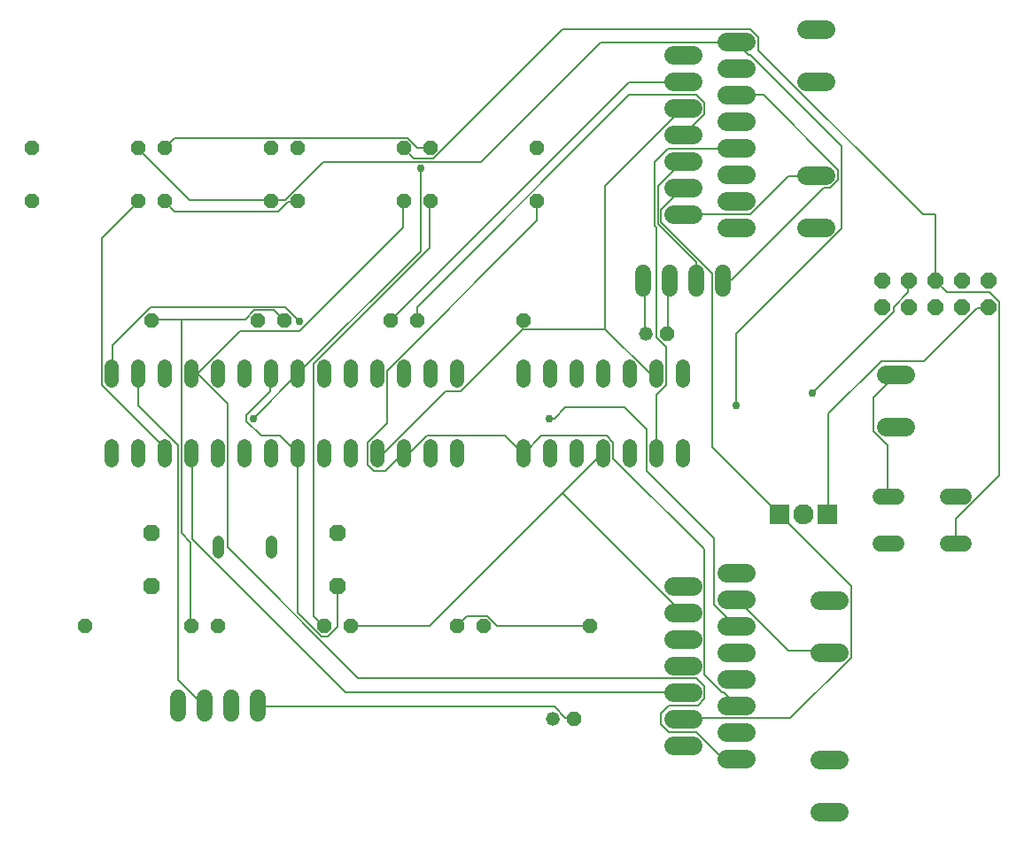
<source format=gbr>
G04 EAGLE Gerber RS-274X export*
G75*
%MOMM*%
%FSLAX34Y34*%
%LPD*%
%INBottom Copper*%
%IPPOS*%
%AMOC8*
5,1,8,0,0,1.08239X$1,22.5*%
G01*
%ADD10C,1.790700*%
%ADD11P,1.732040X8X112.500000*%
%ADD12P,1.429621X8X22.500000*%
%ADD13C,1.320800*%
%ADD14C,1.320800*%
%ADD15C,1.800000*%
%ADD16C,1.524000*%
%ADD17C,1.117600*%
%ADD18P,1.429621X8X202.500000*%
%ADD19C,1.508000*%
%ADD20P,1.649562X8X202.500000*%
%ADD21R,1.930400X1.930400*%
%ADD22C,1.930400*%
%ADD23C,0.152400*%
%ADD24C,0.756400*%


D10*
X1438847Y571100D02*
X1456754Y571100D01*
X1456754Y521100D02*
X1438847Y521100D01*
D11*
X736600Y368300D03*
X736600Y419100D03*
X914400Y368300D03*
X914400Y419100D03*
D12*
X1140460Y241300D03*
D13*
X1120140Y241300D03*
D12*
X1229360Y609600D03*
D13*
X1209040Y609600D03*
D14*
X698500Y501904D02*
X698500Y488696D01*
X723900Y488696D02*
X723900Y501904D01*
X749300Y501904D02*
X749300Y488696D01*
X774700Y488696D02*
X774700Y501904D01*
X800100Y501904D02*
X800100Y488696D01*
X825500Y488696D02*
X825500Y501904D01*
X850900Y501904D02*
X850900Y488696D01*
X876300Y488696D02*
X876300Y501904D01*
X901700Y501904D02*
X901700Y488696D01*
X927100Y488696D02*
X927100Y501904D01*
X952500Y501904D02*
X952500Y488696D01*
X977900Y488696D02*
X977900Y501904D01*
X1003300Y501904D02*
X1003300Y488696D01*
X1028700Y488696D02*
X1028700Y501904D01*
X1028700Y564896D02*
X1028700Y578104D01*
X1003300Y578104D02*
X1003300Y564896D01*
X977900Y564896D02*
X977900Y578104D01*
X952500Y578104D02*
X952500Y564896D01*
X927100Y564896D02*
X927100Y578104D01*
X901700Y578104D02*
X901700Y564896D01*
X876300Y564896D02*
X876300Y578104D01*
X850900Y578104D02*
X850900Y564896D01*
X825500Y564896D02*
X825500Y578104D01*
X800100Y578104D02*
X800100Y564896D01*
X774700Y564896D02*
X774700Y578104D01*
X749300Y578104D02*
X749300Y564896D01*
X723900Y564896D02*
X723900Y578104D01*
X698500Y578104D02*
X698500Y564896D01*
D15*
X1235600Y800100D02*
X1253600Y800100D01*
X1286400Y812800D02*
X1304400Y812800D01*
X1253600Y825500D02*
X1235600Y825500D01*
X1286400Y838200D02*
X1304400Y838200D01*
X1253600Y850900D02*
X1235600Y850900D01*
X1286400Y863600D02*
X1304400Y863600D01*
X1304400Y787400D02*
X1286400Y787400D01*
X1253600Y774700D02*
X1235600Y774700D01*
X1286400Y762000D02*
X1304400Y762000D01*
X1253600Y749300D02*
X1235600Y749300D01*
X1286400Y736600D02*
X1304400Y736600D01*
X1253600Y876300D02*
X1235600Y876300D01*
X1286400Y889000D02*
X1304400Y889000D01*
X1253600Y723900D02*
X1235600Y723900D01*
X1286400Y711200D02*
X1304400Y711200D01*
X1253600Y292100D02*
X1235600Y292100D01*
X1286400Y304800D02*
X1304400Y304800D01*
X1253600Y317500D02*
X1235600Y317500D01*
X1286400Y330200D02*
X1304400Y330200D01*
X1253600Y342900D02*
X1235600Y342900D01*
X1286400Y355600D02*
X1304400Y355600D01*
X1304400Y279400D02*
X1286400Y279400D01*
X1253600Y266700D02*
X1235600Y266700D01*
X1286400Y254000D02*
X1304400Y254000D01*
X1253600Y241300D02*
X1235600Y241300D01*
X1286400Y228600D02*
X1304400Y228600D01*
X1253600Y368300D02*
X1235600Y368300D01*
X1286400Y381000D02*
X1304400Y381000D01*
X1253600Y215900D02*
X1235600Y215900D01*
X1286400Y203200D02*
X1304400Y203200D01*
D16*
X1206500Y652780D02*
X1206500Y668020D01*
X1231900Y668020D02*
X1231900Y652780D01*
X1257300Y652780D02*
X1257300Y668020D01*
X1282700Y668020D02*
X1282700Y652780D01*
D17*
X850900Y411988D02*
X850900Y400812D01*
X800100Y400812D02*
X800100Y411988D01*
D12*
X990600Y622300D03*
X1092200Y622300D03*
X749300Y736600D03*
X850900Y736600D03*
X622300Y736600D03*
X723900Y736600D03*
X1003300Y787400D03*
X1104900Y787400D03*
X876300Y787400D03*
X977900Y787400D03*
X749300Y787400D03*
X850900Y787400D03*
X622300Y787400D03*
X723900Y787400D03*
X863600Y622300D03*
X965200Y622300D03*
X736600Y622300D03*
X838200Y622300D03*
D18*
X774700Y330200D03*
X673100Y330200D03*
X901700Y330200D03*
X800100Y330200D03*
X1028700Y330200D03*
X927100Y330200D03*
X1155700Y330200D03*
X1054100Y330200D03*
D12*
X1003300Y736600D03*
X1104900Y736600D03*
X876300Y736600D03*
X977900Y736600D03*
D19*
X1433160Y454300D02*
X1448240Y454300D01*
X1498160Y454300D02*
X1513240Y454300D01*
X1448240Y409300D02*
X1433160Y409300D01*
X1498160Y409300D02*
X1513240Y409300D01*
D20*
X1536700Y660400D03*
X1511300Y660400D03*
X1485900Y660400D03*
X1460500Y660400D03*
X1435100Y660400D03*
X1536700Y635000D03*
X1511300Y635000D03*
X1485900Y635000D03*
X1460500Y635000D03*
X1435100Y635000D03*
D21*
X1337310Y436880D03*
D22*
X1360170Y436880D03*
D21*
X1383030Y436880D03*
D14*
X1092200Y488696D02*
X1092200Y501904D01*
X1117600Y501904D02*
X1117600Y488696D01*
X1244600Y488696D02*
X1244600Y501904D01*
X1244600Y564896D02*
X1244600Y578104D01*
X1143000Y501904D02*
X1143000Y488696D01*
X1168400Y488696D02*
X1168400Y501904D01*
X1219200Y501904D02*
X1219200Y488696D01*
X1193800Y488696D02*
X1193800Y501904D01*
X1219200Y564896D02*
X1219200Y578104D01*
X1193800Y578104D02*
X1193800Y564896D01*
X1168400Y564896D02*
X1168400Y578104D01*
X1143000Y578104D02*
X1143000Y564896D01*
X1117600Y564896D02*
X1117600Y578104D01*
X1092200Y578104D02*
X1092200Y564896D01*
D10*
X1362647Y761600D02*
X1380554Y761600D01*
X1380554Y711600D02*
X1362647Y711600D01*
X1375347Y202800D02*
X1393254Y202800D01*
X1393254Y152800D02*
X1375347Y152800D01*
X1375347Y355200D02*
X1393254Y355200D01*
X1393254Y305200D02*
X1375347Y305200D01*
X1380554Y901300D02*
X1362647Y901300D01*
X1362647Y851300D02*
X1380554Y851300D01*
D16*
X762000Y261620D02*
X762000Y246380D01*
X787400Y246380D02*
X787400Y261620D01*
X812800Y261620D02*
X812800Y246380D01*
X838200Y246380D02*
X838200Y261620D01*
D23*
X1223772Y728472D02*
X1244600Y749300D01*
X1223772Y728472D02*
X1223772Y716280D01*
X1272540Y667512D01*
X1272540Y501396D01*
X1336548Y437388D01*
X1337310Y436880D01*
X1336548Y435864D01*
X1347216Y242316D02*
X1245108Y242316D01*
X1347216Y242316D02*
X1405128Y300228D01*
X1405128Y368808D01*
X1338072Y435864D01*
X1245108Y242316D02*
X1244600Y241300D01*
X1338072Y435864D02*
X1337310Y436880D01*
X1208532Y609600D02*
X1208532Y658368D01*
X1206500Y660400D01*
X1208532Y609600D02*
X1209040Y609600D01*
X1525524Y633984D02*
X1536192Y633984D01*
X1525524Y633984D02*
X1475232Y583692D01*
X1434084Y583692D01*
X1383792Y533400D01*
X1383792Y437388D01*
X1536192Y633984D02*
X1536700Y635000D01*
X1383792Y437388D02*
X1383030Y436880D01*
X1139952Y242316D02*
X1132332Y242316D01*
X1121664Y252984D01*
X838200Y252984D01*
X1139952Y242316D02*
X1140460Y241300D01*
X838200Y252984D02*
X838200Y254000D01*
X1229868Y609600D02*
X1229868Y658368D01*
X1231900Y660400D01*
X1229868Y609600D02*
X1229360Y609600D01*
X1440180Y502920D02*
X1440180Y455676D01*
X1440180Y502920D02*
X1426464Y516636D01*
X1426464Y548640D01*
X1447800Y569976D01*
X1440180Y455676D02*
X1440700Y454300D01*
X1447800Y569976D02*
X1447800Y571100D01*
X850392Y571500D02*
X850392Y554736D01*
X827532Y531876D01*
X827532Y525780D01*
X841248Y512064D01*
X859536Y512064D01*
X876300Y495300D01*
X850900Y571500D02*
X850392Y571500D01*
X867156Y736092D02*
X876300Y736092D01*
X867156Y736092D02*
X858012Y726948D01*
X758952Y726948D01*
X749300Y736600D01*
X876300Y736600D02*
X876300Y736092D01*
X990600Y787908D02*
X1002792Y787908D01*
X990600Y787908D02*
X981456Y797052D01*
X758952Y797052D01*
X749300Y787400D01*
X1002792Y787908D02*
X1003300Y787400D01*
X914400Y368300D02*
X914400Y329184D01*
X905256Y320040D01*
X899160Y320040D01*
X876300Y342900D01*
X876300Y495300D01*
X1505712Y432816D02*
X1505712Y409956D01*
X1505712Y432816D02*
X1546860Y473964D01*
X1546860Y640080D01*
X1537716Y649224D01*
X1496568Y649224D01*
X1485900Y659892D01*
X1505712Y409956D02*
X1505700Y409300D01*
X1485900Y659892D02*
X1485900Y660400D01*
X876300Y571500D02*
X833628Y528828D01*
X993648Y688848D02*
X993648Y768096D01*
X993648Y688848D02*
X876300Y571500D01*
X1485900Y660400D02*
X1485900Y723900D01*
X1129284Y900684D02*
X1005840Y777240D01*
X987552Y777240D01*
X978408Y786384D01*
X977900Y787400D01*
D24*
X833628Y528828D03*
X993648Y768096D03*
D23*
X1473708Y723900D02*
X1485900Y723900D01*
X1473708Y723900D02*
X1316736Y880872D01*
X1316736Y893064D01*
X1309116Y900684D01*
X1129284Y900684D01*
X780288Y571500D02*
X774700Y571500D01*
X780288Y571500D02*
X821436Y612648D01*
X877824Y612648D01*
X976884Y711708D01*
X976884Y736092D01*
X977900Y736600D01*
X934212Y280416D02*
X1257300Y280416D01*
X934212Y280416D02*
X809244Y405384D01*
X809244Y542544D01*
X780288Y571500D01*
X775716Y571500D02*
X774700Y571500D01*
X1281684Y204216D02*
X1295400Y204216D01*
X1281684Y204216D02*
X1257300Y228600D01*
X1231392Y228600D01*
X1223772Y236220D01*
X1223772Y246888D01*
X1231392Y254508D01*
X1258824Y254508D01*
X1264920Y260604D01*
X1264920Y272796D01*
X1257300Y280416D01*
X1295400Y204216D02*
X1295400Y203200D01*
X850392Y737616D02*
X772668Y737616D01*
X723900Y786384D01*
X850392Y737616D02*
X850900Y736600D01*
X723900Y786384D02*
X723900Y787400D01*
X1295400Y609600D02*
X1295400Y541020D01*
X1295400Y609600D02*
X1395984Y710184D01*
X1395984Y789432D01*
X864108Y737616D02*
X851916Y737616D01*
X864108Y737616D02*
X900684Y774192D01*
X1051560Y774192D01*
X1165860Y888492D01*
X851916Y737616D02*
X850900Y736600D01*
D24*
X1295400Y541020D03*
D23*
X1295400Y888492D02*
X1165860Y888492D01*
X1295400Y888492D02*
X1307592Y876300D01*
X1309116Y876300D01*
X1395984Y789432D01*
X1295400Y888492D02*
X1295400Y889000D01*
X826008Y623316D02*
X765048Y623316D01*
X737616Y623316D01*
X826008Y623316D02*
X835152Y632460D01*
X853440Y632460D01*
X863600Y622300D01*
X737616Y623316D02*
X736600Y622300D01*
X774192Y409956D02*
X774192Y330708D01*
X774192Y409956D02*
X765048Y419100D01*
X765048Y623316D01*
X774192Y330708D02*
X774700Y330200D01*
X1193292Y838200D02*
X1257300Y838200D01*
X1193292Y838200D02*
X990600Y635508D01*
X990600Y622300D01*
X1245108Y800100D02*
X1264920Y819912D01*
X1264920Y830580D01*
X1257300Y838200D01*
X1245108Y800100D02*
X1244600Y800100D01*
X1243584Y850392D02*
X1193292Y850392D01*
X965200Y622300D01*
X1243584Y850392D02*
X1244600Y850900D01*
X958596Y495300D02*
X952500Y495300D01*
X958596Y495300D02*
X1018032Y554736D01*
X1031748Y554736D01*
X1091184Y614172D01*
X1091184Y621792D01*
X1092200Y622300D01*
X1213104Y571500D02*
X1219200Y571500D01*
X1213104Y571500D02*
X1170432Y614172D01*
X1091184Y614172D01*
X1170432Y751332D02*
X1244600Y825500D01*
X1170432Y751332D02*
X1170432Y614172D01*
X1219200Y551688D02*
X1219200Y495300D01*
X1219200Y551688D02*
X1228344Y560832D01*
X1228344Y597408D01*
X1219200Y606552D01*
X1219200Y711708D01*
X1217676Y713232D01*
X1217676Y774192D01*
X1229868Y786384D01*
X1295400Y786384D01*
X1295400Y787400D01*
X1002792Y736092D02*
X1002792Y691896D01*
X891540Y580644D01*
X891540Y339852D01*
X900684Y330708D01*
X1002792Y736092D02*
X1003300Y736600D01*
X900684Y330708D02*
X901700Y330200D01*
X1066800Y330708D02*
X1155192Y330708D01*
X1066800Y330708D02*
X1057656Y339852D01*
X1037844Y339852D01*
X1028700Y330708D01*
X1155192Y330708D02*
X1155700Y330200D01*
X1028700Y330200D02*
X1028700Y330708D01*
X982980Y495300D02*
X977900Y495300D01*
X982980Y495300D02*
X999744Y512064D01*
X1074420Y512064D01*
X1091184Y495300D01*
X1092200Y495300D01*
X1104900Y717804D02*
X1104900Y736600D01*
X1104900Y717804D02*
X961644Y574548D01*
X961644Y524256D01*
X943356Y505968D01*
X943356Y484632D01*
X949452Y478536D01*
X960120Y478536D01*
X976884Y495300D01*
X977900Y495300D01*
X1178052Y490728D02*
X1264920Y403860D01*
X1178052Y490728D02*
X1178052Y505968D01*
X1171956Y512064D01*
X1109472Y512064D01*
X1092708Y495300D01*
X1092200Y495300D01*
X1283208Y266700D02*
X1295400Y254508D01*
X1283208Y266700D02*
X1281684Y266700D01*
X1264920Y283464D01*
X1264920Y403860D01*
X1295400Y254508D02*
X1295400Y254000D01*
X1002792Y330708D02*
X928116Y330708D01*
X1129284Y457200D02*
X1167384Y495300D01*
X1129284Y457200D02*
X1002792Y330708D01*
X928116Y330708D02*
X927100Y330200D01*
X1167384Y495300D02*
X1168400Y495300D01*
X1129284Y457200D02*
X1243584Y342900D01*
X1244600Y342900D01*
X1345692Y760476D02*
X1371600Y760476D01*
X1345692Y760476D02*
X1309116Y723900D01*
X1244600Y723900D01*
X1371600Y760476D02*
X1371600Y761600D01*
X1383792Y306324D02*
X1345692Y306324D01*
X1295400Y356616D01*
X1383792Y306324D02*
X1384300Y305200D01*
X1295400Y355600D02*
X1295400Y356616D01*
X775716Y413004D02*
X775716Y495300D01*
X775716Y413004D02*
X922020Y266700D01*
X775716Y495300D02*
X774700Y495300D01*
X922020Y266700D02*
X1244600Y266700D01*
X1121664Y528828D02*
X1117092Y528828D01*
X1121664Y528828D02*
X1132332Y539496D01*
X1188720Y539496D01*
X1210056Y518160D01*
X1210056Y478536D01*
X1274064Y414528D01*
X1274064Y350520D01*
X1295400Y329184D01*
X1295400Y330200D01*
D24*
X1117092Y528828D03*
D23*
X1257300Y660400D02*
X1257300Y678180D01*
X1220724Y714756D01*
X1220724Y751332D01*
X1243584Y774192D01*
X1244600Y774700D01*
X1283208Y661416D02*
X1290828Y661416D01*
X1379220Y749808D01*
X1385316Y749808D01*
X1392936Y757428D01*
X1392936Y766572D01*
X1283208Y661416D02*
X1282700Y660400D01*
X748284Y501396D02*
X748284Y495300D01*
X748284Y501396D02*
X688848Y560832D01*
X688848Y701040D01*
X723900Y736092D01*
X748284Y495300D02*
X749300Y495300D01*
X723900Y736092D02*
X723900Y736600D01*
X1295400Y838200D02*
X1321308Y838200D01*
X1392936Y766572D01*
X699516Y598932D02*
X699516Y571500D01*
X699516Y598932D02*
X736092Y635508D01*
X864108Y635508D01*
X877824Y621792D01*
X699516Y571500D02*
X698500Y571500D01*
X1459992Y649224D02*
X1459992Y659892D01*
X1459992Y649224D02*
X1446276Y635508D01*
X1446276Y630936D01*
X1368552Y553212D01*
X1459992Y659892D02*
X1460500Y660400D01*
D24*
X877824Y621792D03*
X1368552Y553212D03*
D23*
X723900Y541020D02*
X723900Y571500D01*
X723900Y541020D02*
X762000Y502920D01*
X762000Y278892D01*
X786384Y254508D01*
X787400Y254000D01*
M02*

</source>
